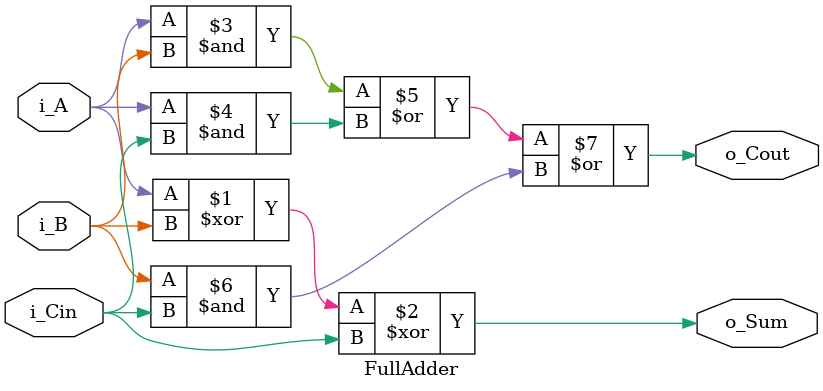
<source format=v>
`timescale 1ns / 1ps

module FullAdder(
    input i_A,
    input i_B,
    input i_Cin,
    output o_Sum,
    output o_Cout
    );

    assign o_Sum = i_A ^ i_B ^ i_Cin;
    assign o_Cout = (i_A & i_B) | (i_A & i_Cin) | (i_B & i_Cin);
    
endmodule
</source>
